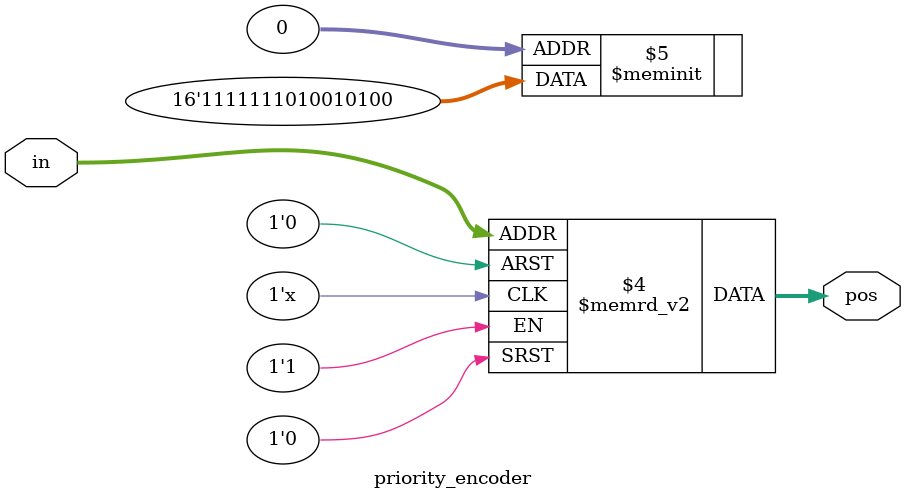
<source format=v>
module priority_encoder( 
input [2:0] in,
output reg [1:0] pos ); 
// When sel=1, assign b to out
always @(*) begin 
 case (in) 
 3'b000 : pos = 2'b00; 
 3'b001 : pos = 2'b01; 
 3'b010 : pos = 2'b01; 
 3'b011 : pos = 2'b10; 
 3'b100 : pos = 2'b10; 
 3'b101 : pos = 2'b11; 
 3'b110 : pos = 2'b11; 
 3'b111 : pos = 2'b11; 
 default : pos = 2'bxx; 
 endcase 
end 
endmodule

</source>
